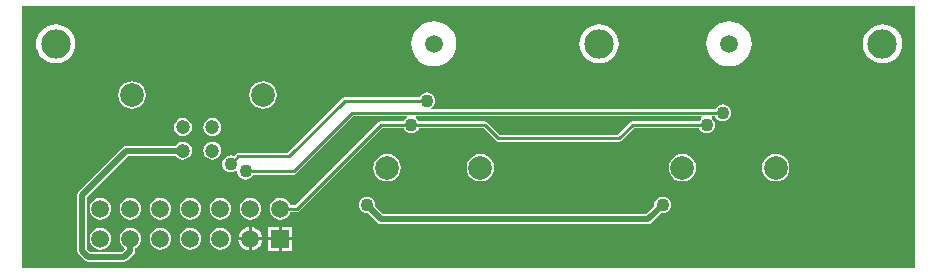
<source format=gtl>
G04 Layer_Physical_Order=1*
G04 Layer_Color=255*
%FSLAX23Y23*%
%MOIN*%
G70*
G01*
G75*
%ADD10C,0.010*%
%ADD11C,0.020*%
%ADD12C,0.020*%
%ADD13C,0.059*%
%ADD14C,0.059*%
%ADD15R,0.059X0.059*%
%ADD16C,0.098*%
%ADD17C,0.079*%
%ADD18C,0.047*%
%ADD19C,0.043*%
G36*
X2390Y-434D02*
X-584D01*
Y440D01*
X2390D01*
Y-434D01*
D02*
G37*
%LPC*%
G36*
X315Y-296D02*
X281D01*
Y-330D01*
X315D01*
Y-296D01*
D02*
G37*
G36*
X-324Y-199D02*
X-334Y-200D01*
X-342Y-204D01*
X-350Y-210D01*
X-355Y-217D01*
X-359Y-226D01*
X-360Y-235D01*
X-359Y-244D01*
X-355Y-253D01*
X-350Y-260D01*
X-342Y-266D01*
X-334Y-270D01*
X-324Y-271D01*
X-315Y-270D01*
X-306Y-266D01*
X-299Y-260D01*
X-293Y-253D01*
X-290Y-244D01*
X-289Y-235D01*
X-290Y-226D01*
X-293Y-217D01*
X-299Y-210D01*
X-306Y-204D01*
X-315Y-200D01*
X-324Y-199D01*
D02*
G37*
G36*
X181Y-296D02*
Y-330D01*
X215D01*
X214Y-325D01*
X210Y-315D01*
X204Y-307D01*
X196Y-301D01*
X186Y-297D01*
X181Y-296D01*
D02*
G37*
G36*
X271Y-296D02*
X236D01*
Y-330D01*
X271D01*
Y-296D01*
D02*
G37*
G36*
X-24Y-199D02*
X-34Y-200D01*
X-42Y-204D01*
X-50Y-210D01*
X-55Y-217D01*
X-59Y-226D01*
X-60Y-235D01*
X-59Y-244D01*
X-55Y-253D01*
X-50Y-260D01*
X-42Y-266D01*
X-34Y-270D01*
X-24Y-271D01*
X-15Y-270D01*
X-6Y-266D01*
X1Y-260D01*
X7Y-253D01*
X10Y-244D01*
X11Y-235D01*
X10Y-226D01*
X7Y-217D01*
X1Y-210D01*
X-6Y-204D01*
X-15Y-200D01*
X-24Y-199D01*
D02*
G37*
G36*
X76D02*
X66Y-200D01*
X58Y-204D01*
X50Y-210D01*
X45Y-217D01*
X41Y-226D01*
X40Y-235D01*
X41Y-244D01*
X45Y-253D01*
X50Y-260D01*
X58Y-266D01*
X66Y-270D01*
X76Y-271D01*
X85Y-270D01*
X94Y-266D01*
X101Y-260D01*
X107Y-253D01*
X110Y-244D01*
X111Y-235D01*
X110Y-226D01*
X107Y-217D01*
X101Y-210D01*
X94Y-204D01*
X85Y-200D01*
X76Y-199D01*
D02*
G37*
G36*
X-224D02*
X-234Y-200D01*
X-242Y-204D01*
X-250Y-210D01*
X-255Y-217D01*
X-259Y-226D01*
X-260Y-235D01*
X-259Y-244D01*
X-255Y-253D01*
X-250Y-260D01*
X-242Y-266D01*
X-234Y-270D01*
X-224Y-271D01*
X-215Y-270D01*
X-206Y-266D01*
X-199Y-260D01*
X-193Y-253D01*
X-190Y-244D01*
X-189Y-235D01*
X-190Y-226D01*
X-193Y-217D01*
X-199Y-210D01*
X-206Y-204D01*
X-215Y-200D01*
X-224Y-199D01*
D02*
G37*
G36*
X-124D02*
X-134Y-200D01*
X-142Y-204D01*
X-150Y-210D01*
X-155Y-217D01*
X-159Y-226D01*
X-160Y-235D01*
X-159Y-244D01*
X-155Y-253D01*
X-150Y-260D01*
X-142Y-266D01*
X-134Y-270D01*
X-124Y-271D01*
X-115Y-270D01*
X-106Y-266D01*
X-99Y-260D01*
X-93Y-253D01*
X-90Y-244D01*
X-89Y-235D01*
X-90Y-226D01*
X-93Y-217D01*
X-99Y-210D01*
X-106Y-204D01*
X-115Y-200D01*
X-124Y-199D01*
D02*
G37*
G36*
X171Y-296D02*
X165Y-297D01*
X156Y-301D01*
X147Y-307D01*
X141Y-315D01*
X137Y-325D01*
X136Y-330D01*
X171D01*
Y-296D01*
D02*
G37*
G36*
Y-340D02*
X136D01*
X137Y-345D01*
X141Y-355D01*
X147Y-363D01*
X156Y-370D01*
X165Y-374D01*
X171Y-374D01*
Y-340D01*
D02*
G37*
G36*
X215D02*
X181D01*
Y-374D01*
X186Y-374D01*
X196Y-370D01*
X204Y-363D01*
X210Y-355D01*
X214Y-345D01*
X215Y-340D01*
D02*
G37*
G36*
X271D02*
X236D01*
Y-375D01*
X271D01*
Y-340D01*
D02*
G37*
G36*
X315D02*
X281D01*
Y-375D01*
X315D01*
Y-340D01*
D02*
G37*
G36*
X-24Y-299D02*
X-34Y-300D01*
X-42Y-304D01*
X-50Y-310D01*
X-55Y-317D01*
X-59Y-326D01*
X-60Y-335D01*
X-59Y-344D01*
X-55Y-353D01*
X-50Y-360D01*
X-42Y-366D01*
X-34Y-370D01*
X-24Y-371D01*
X-15Y-370D01*
X-6Y-366D01*
X1Y-360D01*
X7Y-353D01*
X10Y-344D01*
X11Y-335D01*
X10Y-326D01*
X7Y-317D01*
X1Y-310D01*
X-6Y-304D01*
X-15Y-300D01*
X-24Y-299D01*
D02*
G37*
G36*
X76D02*
X66Y-300D01*
X58Y-304D01*
X50Y-310D01*
X45Y-317D01*
X41Y-326D01*
X40Y-335D01*
X41Y-344D01*
X45Y-353D01*
X50Y-360D01*
X58Y-366D01*
X66Y-370D01*
X76Y-371D01*
X85Y-370D01*
X94Y-366D01*
X101Y-360D01*
X107Y-353D01*
X110Y-344D01*
X111Y-335D01*
X110Y-326D01*
X107Y-317D01*
X101Y-310D01*
X94Y-304D01*
X85Y-300D01*
X76Y-299D01*
D02*
G37*
G36*
X-324D02*
X-334Y-300D01*
X-342Y-304D01*
X-350Y-310D01*
X-355Y-317D01*
X-359Y-326D01*
X-360Y-335D01*
X-359Y-344D01*
X-355Y-353D01*
X-350Y-360D01*
X-342Y-366D01*
X-334Y-370D01*
X-324Y-371D01*
X-315Y-370D01*
X-306Y-366D01*
X-299Y-360D01*
X-293Y-353D01*
X-290Y-344D01*
X-289Y-335D01*
X-290Y-326D01*
X-293Y-317D01*
X-299Y-310D01*
X-306Y-304D01*
X-315Y-300D01*
X-324Y-299D01*
D02*
G37*
G36*
X-124D02*
X-134Y-300D01*
X-142Y-304D01*
X-150Y-310D01*
X-155Y-317D01*
X-159Y-326D01*
X-160Y-335D01*
X-159Y-344D01*
X-155Y-353D01*
X-150Y-360D01*
X-142Y-366D01*
X-134Y-370D01*
X-124Y-371D01*
X-115Y-370D01*
X-106Y-366D01*
X-99Y-360D01*
X-93Y-353D01*
X-90Y-344D01*
X-89Y-335D01*
X-90Y-326D01*
X-93Y-317D01*
X-99Y-310D01*
X-106Y-304D01*
X-115Y-300D01*
X-124Y-299D01*
D02*
G37*
G36*
X176Y-199D02*
X166Y-200D01*
X158Y-204D01*
X150Y-210D01*
X145Y-217D01*
X141Y-226D01*
X140Y-235D01*
X141Y-244D01*
X145Y-253D01*
X150Y-260D01*
X158Y-266D01*
X166Y-270D01*
X176Y-271D01*
X185Y-270D01*
X194Y-266D01*
X201Y-260D01*
X207Y-253D01*
X210Y-244D01*
X211Y-235D01*
X210Y-226D01*
X207Y-217D01*
X201Y-210D01*
X194Y-204D01*
X185Y-200D01*
X176Y-199D01*
D02*
G37*
G36*
X765Y153D02*
X758Y152D01*
X751Y149D01*
X745Y145D01*
X741Y139D01*
X740Y136D01*
X490D01*
X490Y136D01*
X486Y135D01*
X482Y133D01*
X482Y133D01*
X300Y-49D01*
X135D01*
X131Y-50D01*
X127Y-52D01*
X127Y-52D01*
X120Y-59D01*
X117Y-58D01*
X110Y-57D01*
X103Y-58D01*
X96Y-61D01*
X90Y-65D01*
X86Y-71D01*
X83Y-78D01*
X82Y-85D01*
X83Y-92D01*
X86Y-99D01*
X90Y-105D01*
X96Y-109D01*
X103Y-112D01*
X110Y-113D01*
X117Y-112D01*
X124Y-109D01*
X128Y-106D01*
X132Y-109D01*
X132Y-110D01*
X133Y-117D01*
X136Y-124D01*
X140Y-130D01*
X146Y-134D01*
X153Y-137D01*
X160Y-138D01*
X167Y-137D01*
X174Y-134D01*
X180Y-130D01*
X184Y-124D01*
X185Y-121D01*
X320D01*
X320Y-121D01*
X324Y-120D01*
X328Y-118D01*
X519Y74D01*
X697D01*
X698Y70D01*
X698Y69D01*
X693Y65D01*
X688Y59D01*
X687Y56D01*
X610D01*
X610Y56D01*
X606Y55D01*
X602Y53D01*
X325Y-224D01*
X309D01*
X307Y-217D01*
X301Y-210D01*
X294Y-204D01*
X285Y-200D01*
X276Y-199D01*
X266Y-200D01*
X258Y-204D01*
X250Y-210D01*
X245Y-217D01*
X241Y-226D01*
X240Y-235D01*
X241Y-244D01*
X245Y-253D01*
X250Y-260D01*
X258Y-266D01*
X266Y-270D01*
X276Y-271D01*
X285Y-270D01*
X294Y-266D01*
X301Y-260D01*
X307Y-253D01*
X309Y-246D01*
X330D01*
X330Y-246D01*
X334Y-245D01*
X338Y-243D01*
X615Y34D01*
X687D01*
X688Y31D01*
X693Y25D01*
X698Y21D01*
X705Y18D01*
X712Y17D01*
X720Y18D01*
X726Y21D01*
X732Y25D01*
X737Y31D01*
X738Y34D01*
X954D01*
X996Y-8D01*
X996Y-8D01*
X999Y-10D01*
X1003Y-11D01*
X1003Y-11D01*
X1406D01*
X1406Y-11D01*
X1410Y-10D01*
X1414Y-8D01*
X1455Y34D01*
X1671D01*
X1672Y31D01*
X1677Y25D01*
X1683Y21D01*
X1689Y18D01*
X1697Y17D01*
X1704Y18D01*
X1711Y21D01*
X1716Y25D01*
X1721Y31D01*
X1724Y38D01*
X1725Y45D01*
X1724Y52D01*
X1721Y59D01*
X1716Y65D01*
X1715Y66D01*
X1714Y73D01*
X1715Y74D01*
X1725D01*
X1726Y71D01*
X1730Y65D01*
X1736Y61D01*
X1743Y58D01*
X1750Y57D01*
X1757Y58D01*
X1764Y61D01*
X1770Y65D01*
X1774Y71D01*
X1777Y78D01*
X1778Y85D01*
X1777Y92D01*
X1774Y99D01*
X1770Y105D01*
X1764Y109D01*
X1757Y112D01*
X1750Y113D01*
X1743Y112D01*
X1736Y109D01*
X1730Y105D01*
X1726Y99D01*
X1725Y96D01*
X781D01*
X779Y100D01*
X779Y101D01*
X785Y105D01*
X789Y111D01*
X792Y118D01*
X793Y125D01*
X792Y132D01*
X789Y139D01*
X785Y145D01*
X779Y149D01*
X772Y152D01*
X765Y153D01*
D02*
G37*
G36*
X787Y390D02*
X773Y389D01*
X759Y384D01*
X746Y378D01*
X734Y368D01*
X725Y357D01*
X718Y344D01*
X714Y330D01*
X712Y315D01*
X714Y300D01*
X718Y286D01*
X725Y273D01*
X734Y262D01*
X746Y252D01*
X759Y245D01*
X773Y241D01*
X787Y240D01*
X802Y241D01*
X816Y245D01*
X829Y252D01*
X841Y262D01*
X850Y273D01*
X857Y286D01*
X861Y300D01*
X863Y315D01*
X861Y330D01*
X857Y344D01*
X850Y357D01*
X841Y368D01*
X829Y378D01*
X816Y384D01*
X802Y389D01*
X787Y390D01*
D02*
G37*
G36*
X-219Y190D02*
X-230Y188D01*
X-241Y184D01*
X-251Y176D01*
X-258Y167D01*
X-263Y156D01*
X-264Y144D01*
X-263Y132D01*
X-258Y121D01*
X-251Y112D01*
X-241Y104D01*
X-230Y100D01*
X-219Y98D01*
X-207Y100D01*
X-196Y104D01*
X-186Y112D01*
X-179Y121D01*
X-174Y132D01*
X-173Y144D01*
X-174Y156D01*
X-179Y167D01*
X-186Y176D01*
X-196Y184D01*
X-207Y188D01*
X-219Y190D01*
D02*
G37*
G36*
X219D02*
X207Y188D01*
X196Y184D01*
X186Y176D01*
X179Y167D01*
X174Y156D01*
X173Y144D01*
X174Y132D01*
X179Y121D01*
X186Y112D01*
X196Y104D01*
X207Y100D01*
X219Y98D01*
X230Y100D01*
X241Y104D01*
X251Y112D01*
X258Y121D01*
X263Y132D01*
X264Y144D01*
X263Y156D01*
X258Y167D01*
X251Y176D01*
X241Y184D01*
X230Y188D01*
X219Y190D01*
D02*
G37*
G36*
X1339Y380D02*
X1326Y379D01*
X1314Y375D01*
X1302Y369D01*
X1292Y361D01*
X1284Y351D01*
X1278Y340D01*
X1274Y328D01*
X1273Y315D01*
X1274Y302D01*
X1278Y290D01*
X1284Y279D01*
X1292Y269D01*
X1302Y261D01*
X1314Y255D01*
X1326Y251D01*
X1339Y250D01*
X1351Y251D01*
X1364Y255D01*
X1375Y261D01*
X1385Y269D01*
X1393Y279D01*
X1399Y290D01*
X1403Y302D01*
X1404Y315D01*
X1403Y328D01*
X1399Y340D01*
X1393Y351D01*
X1385Y361D01*
X1375Y369D01*
X1364Y375D01*
X1351Y379D01*
X1339Y380D01*
D02*
G37*
G36*
X2283D02*
X2271Y379D01*
X2258Y375D01*
X2247Y369D01*
X2237Y361D01*
X2229Y351D01*
X2223Y340D01*
X2219Y328D01*
X2218Y315D01*
X2219Y302D01*
X2223Y290D01*
X2229Y279D01*
X2237Y269D01*
X2247Y261D01*
X2258Y255D01*
X2271Y251D01*
X2283Y250D01*
X2296Y251D01*
X2308Y255D01*
X2320Y261D01*
X2330Y269D01*
X2338Y279D01*
X2344Y290D01*
X2348Y302D01*
X2349Y315D01*
X2348Y328D01*
X2344Y340D01*
X2338Y351D01*
X2330Y361D01*
X2320Y369D01*
X2308Y375D01*
X2296Y379D01*
X2283Y380D01*
D02*
G37*
G36*
X1772Y390D02*
X1757Y389D01*
X1743Y384D01*
X1730Y378D01*
X1718Y368D01*
X1709Y357D01*
X1702Y344D01*
X1698Y330D01*
X1696Y315D01*
X1698Y300D01*
X1702Y286D01*
X1709Y273D01*
X1718Y262D01*
X1730Y252D01*
X1743Y245D01*
X1757Y241D01*
X1772Y240D01*
X1786Y241D01*
X1800Y245D01*
X1813Y252D01*
X1825Y262D01*
X1834Y273D01*
X1841Y286D01*
X1845Y300D01*
X1847Y315D01*
X1845Y330D01*
X1841Y344D01*
X1834Y357D01*
X1825Y368D01*
X1813Y378D01*
X1800Y384D01*
X1786Y389D01*
X1772Y390D01*
D02*
G37*
G36*
X-472Y380D02*
X-485Y379D01*
X-497Y375D01*
X-509Y369D01*
X-519Y361D01*
X-527Y351D01*
X-533Y340D01*
X-537Y328D01*
X-538Y315D01*
X-537Y302D01*
X-533Y290D01*
X-527Y279D01*
X-519Y269D01*
X-509Y261D01*
X-497Y255D01*
X-485Y251D01*
X-472Y250D01*
X-460Y251D01*
X-447Y255D01*
X-436Y261D01*
X-426Y269D01*
X-418Y279D01*
X-412Y290D01*
X-408Y302D01*
X-407Y315D01*
X-408Y328D01*
X-412Y340D01*
X-418Y351D01*
X-426Y361D01*
X-436Y369D01*
X-447Y375D01*
X-460Y379D01*
X-472Y380D01*
D02*
G37*
G36*
X49Y67D02*
X41Y66D01*
X34Y63D01*
X28Y58D01*
X23Y52D01*
X20Y45D01*
X19Y37D01*
X20Y29D01*
X23Y22D01*
X28Y16D01*
X34Y11D01*
X41Y8D01*
X49Y7D01*
X57Y8D01*
X64Y11D01*
X70Y16D01*
X75Y22D01*
X78Y29D01*
X79Y37D01*
X78Y45D01*
X75Y52D01*
X70Y58D01*
X64Y63D01*
X57Y66D01*
X49Y67D01*
D02*
G37*
G36*
X943Y-53D02*
X931Y-54D01*
X920Y-59D01*
X911Y-66D01*
X903Y-76D01*
X899Y-87D01*
X897Y-98D01*
X899Y-110D01*
X903Y-121D01*
X911Y-131D01*
X920Y-138D01*
X931Y-143D01*
X943Y-144D01*
X955Y-143D01*
X966Y-138D01*
X975Y-131D01*
X983Y-121D01*
X987Y-110D01*
X989Y-98D01*
X987Y-87D01*
X983Y-76D01*
X975Y-66D01*
X966Y-59D01*
X955Y-54D01*
X943Y-53D01*
D02*
G37*
G36*
X1616D02*
X1604Y-54D01*
X1593Y-59D01*
X1584Y-66D01*
X1577Y-76D01*
X1572Y-87D01*
X1570Y-98D01*
X1572Y-110D01*
X1577Y-121D01*
X1584Y-131D01*
X1593Y-138D01*
X1604Y-143D01*
X1616Y-144D01*
X1628Y-143D01*
X1639Y-138D01*
X1648Y-131D01*
X1656Y-121D01*
X1660Y-110D01*
X1662Y-98D01*
X1660Y-87D01*
X1656Y-76D01*
X1648Y-66D01*
X1639Y-59D01*
X1628Y-54D01*
X1616Y-53D01*
D02*
G37*
G36*
X1550Y-195D02*
X1543Y-195D01*
X1536Y-198D01*
X1530Y-203D01*
X1526Y-208D01*
X1523Y-215D01*
X1522Y-222D01*
X1523Y-227D01*
X1496Y-254D01*
X619D01*
X592Y-227D01*
X593Y-223D01*
X592Y-215D01*
X589Y-209D01*
X585Y-203D01*
X579Y-198D01*
X572Y-196D01*
X565Y-195D01*
X558Y-196D01*
X551Y-198D01*
X545Y-203D01*
X541Y-209D01*
X538Y-215D01*
X537Y-223D01*
X538Y-230D01*
X541Y-237D01*
X545Y-242D01*
X551Y-247D01*
X558Y-250D01*
X565Y-250D01*
X569Y-250D01*
X601Y-281D01*
X606Y-285D01*
X612Y-286D01*
X1502D01*
X1509Y-285D01*
X1514Y-281D01*
X1546Y-250D01*
X1550Y-250D01*
X1557Y-249D01*
X1564Y-247D01*
X1570Y-242D01*
X1574Y-236D01*
X1577Y-230D01*
X1578Y-222D01*
X1577Y-215D01*
X1574Y-208D01*
X1570Y-203D01*
X1564Y-198D01*
X1557Y-195D01*
X1550Y-195D01*
D02*
G37*
G36*
X632Y-53D02*
X620Y-54D01*
X609Y-59D01*
X600Y-66D01*
X592Y-76D01*
X588Y-87D01*
X586Y-98D01*
X588Y-110D01*
X592Y-121D01*
X600Y-131D01*
X609Y-138D01*
X620Y-143D01*
X632Y-144D01*
X644Y-143D01*
X655Y-138D01*
X664Y-131D01*
X672Y-121D01*
X676Y-110D01*
X678Y-98D01*
X676Y-87D01*
X672Y-76D01*
X664Y-66D01*
X655Y-59D01*
X644Y-54D01*
X632Y-53D01*
D02*
G37*
G36*
X1927D02*
X1915Y-54D01*
X1904Y-59D01*
X1895Y-66D01*
X1888Y-76D01*
X1883Y-87D01*
X1881Y-98D01*
X1883Y-110D01*
X1888Y-121D01*
X1895Y-131D01*
X1904Y-138D01*
X1915Y-143D01*
X1927Y-144D01*
X1939Y-143D01*
X1950Y-138D01*
X1960Y-131D01*
X1967Y-121D01*
X1971Y-110D01*
X1973Y-98D01*
X1971Y-87D01*
X1967Y-76D01*
X1960Y-66D01*
X1950Y-59D01*
X1939Y-54D01*
X1927Y-53D01*
D02*
G37*
G36*
X-49Y67D02*
X-57Y66D01*
X-64Y63D01*
X-70Y58D01*
X-75Y52D01*
X-78Y45D01*
X-79Y37D01*
X-78Y29D01*
X-75Y22D01*
X-70Y16D01*
X-64Y11D01*
X-57Y8D01*
X-49Y7D01*
X-41Y8D01*
X-34Y11D01*
X-28Y16D01*
X-23Y22D01*
X-20Y29D01*
X-19Y37D01*
X-20Y45D01*
X-23Y52D01*
X-28Y58D01*
X-34Y63D01*
X-41Y66D01*
X-49Y67D01*
D02*
G37*
G36*
X49Y-12D02*
X41Y-13D01*
X34Y-16D01*
X28Y-20D01*
X23Y-27D01*
X20Y-34D01*
X19Y-42D01*
X20Y-49D01*
X23Y-56D01*
X28Y-63D01*
X34Y-67D01*
X41Y-70D01*
X49Y-71D01*
X57Y-70D01*
X64Y-67D01*
X70Y-63D01*
X75Y-56D01*
X78Y-49D01*
X79Y-42D01*
X78Y-34D01*
X75Y-27D01*
X70Y-20D01*
X64Y-16D01*
X57Y-13D01*
X49Y-12D01*
D02*
G37*
G36*
X-49D02*
X-57Y-13D01*
X-64Y-16D01*
X-70Y-20D01*
X-74Y-25D01*
X-237D01*
X-243Y-26D01*
X-248Y-30D01*
X-397Y-178D01*
X-400Y-184D01*
X-401Y-190D01*
Y-375D01*
X-400Y-381D01*
X-397Y-387D01*
X-376Y-407D01*
X-371Y-410D01*
X-365Y-411D01*
X-244D01*
X-238Y-410D01*
X-233Y-407D01*
X-213Y-387D01*
X-209Y-381D01*
X-208Y-375D01*
Y-367D01*
X-206Y-366D01*
X-199Y-360D01*
X-193Y-353D01*
X-190Y-344D01*
X-189Y-335D01*
X-190Y-326D01*
X-193Y-317D01*
X-199Y-310D01*
X-206Y-304D01*
X-215Y-300D01*
X-224Y-299D01*
X-234Y-300D01*
X-242Y-304D01*
X-250Y-310D01*
X-255Y-317D01*
X-259Y-326D01*
X-260Y-335D01*
X-259Y-344D01*
X-255Y-353D01*
X-250Y-360D01*
X-244Y-365D01*
X-243Y-370D01*
X-243Y-371D01*
X-251Y-379D01*
X-358D01*
X-369Y-368D01*
Y-197D01*
X-230Y-58D01*
X-74D01*
X-70Y-63D01*
X-64Y-67D01*
X-57Y-70D01*
X-49Y-71D01*
X-41Y-70D01*
X-34Y-67D01*
X-28Y-63D01*
X-23Y-56D01*
X-20Y-49D01*
X-19Y-42D01*
X-20Y-34D01*
X-23Y-27D01*
X-28Y-20D01*
X-34Y-16D01*
X-41Y-13D01*
X-49Y-12D01*
D02*
G37*
%LPD*%
G36*
X1680Y73D02*
X1679Y66D01*
X1677Y65D01*
X1672Y59D01*
X1671Y56D01*
X1451D01*
X1451Y56D01*
X1446Y55D01*
X1443Y53D01*
X1443Y53D01*
X1401Y11D01*
X1008D01*
X966Y53D01*
X963Y55D01*
X958Y56D01*
X958Y56D01*
X738D01*
X737Y59D01*
X732Y65D01*
X727Y69D01*
X727Y70D01*
X728Y74D01*
X1679D01*
X1680Y73D01*
D02*
G37*
D10*
X160Y-110D02*
X320D01*
X515Y85D01*
X305Y-60D02*
X490Y125D01*
X135Y-60D02*
X305D01*
X110Y-85D02*
X135Y-60D01*
X1451Y45D02*
X1697D01*
X1406Y0D02*
X1451Y45D01*
X712D02*
X958D01*
X1003Y0D01*
X515Y85D02*
X1750D01*
X704Y45D02*
X708Y41D01*
X1003Y0D02*
X1406D01*
X490Y125D02*
X765D01*
X610Y45D02*
X704D01*
X330Y-235D02*
X610Y45D01*
X276Y-235D02*
X330D01*
D11*
X1502Y-270D02*
X1550Y-222D01*
X612Y-270D02*
X1502D01*
X565Y-223D02*
X612Y-270D01*
D12*
X-224Y-375D02*
Y-335D01*
X-244Y-395D02*
X-224Y-375D01*
X-365Y-395D02*
X-244D01*
X-385Y-375D02*
X-365Y-395D01*
X-385Y-375D02*
Y-190D01*
X-237Y-42D01*
X-55D01*
D13*
X-224Y-235D02*
D03*
Y-335D02*
D03*
X-324D02*
D03*
Y-235D02*
D03*
D14*
X-124Y-335D02*
D03*
Y-235D02*
D03*
X-24D02*
D03*
Y-335D02*
D03*
X76Y-235D02*
D03*
Y-335D02*
D03*
X176Y-235D02*
D03*
Y-335D02*
D03*
X276Y-235D02*
D03*
X1772Y315D02*
D03*
X787D02*
D03*
D15*
X276Y-335D02*
D03*
D16*
X1339Y315D02*
D03*
X-472D02*
D03*
X2283D02*
D03*
D17*
X1927Y-98D02*
D03*
X1616D02*
D03*
X632D02*
D03*
X943D02*
D03*
X219Y144D02*
D03*
X-219D02*
D03*
D18*
X-49Y37D02*
D03*
Y-42D02*
D03*
X49Y37D02*
D03*
Y-42D02*
D03*
D19*
X160Y-110D02*
D03*
X110Y-85D02*
D03*
X1275Y-105D02*
D03*
X2225Y55D02*
D03*
X1920Y-220D02*
D03*
X940Y-225D02*
D03*
X485Y-150D02*
D03*
X1275Y45D02*
D03*
X1750Y85D02*
D03*
X765Y125D02*
D03*
X712Y45D02*
D03*
X1697Y45D02*
D03*
X1550Y-222D02*
D03*
X565Y-223D02*
D03*
X200Y40D02*
D03*
X-445D02*
D03*
M02*

</source>
